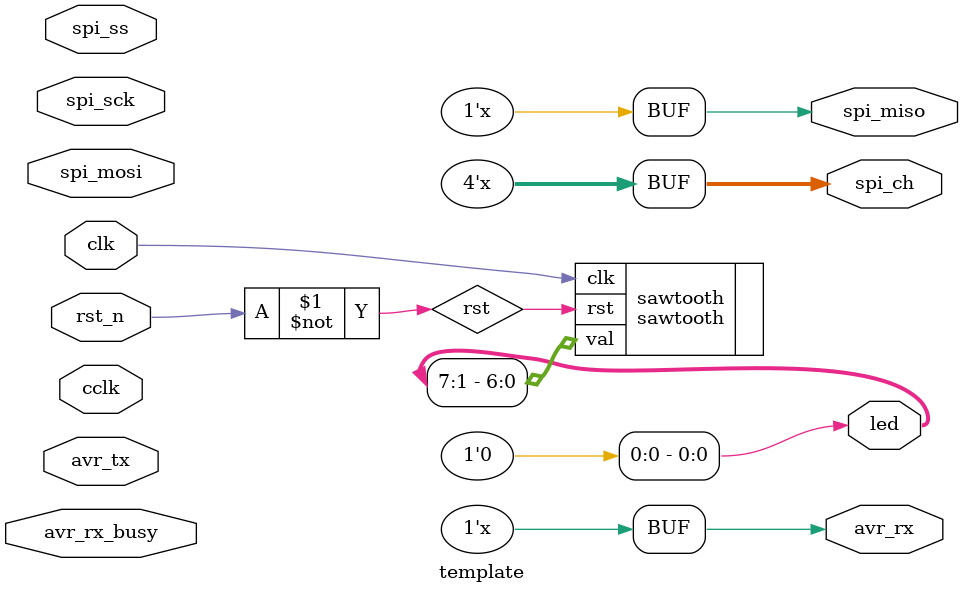
<source format=v>


module template
  (

  // Clocks and hardware
  input clk,
  input rst_n,
  input cclk,
  output [7:0] led,

  // AVR SPI connections
  input spi_sck,
  input spi_ss,
  input spi_mosi,
  output spi_miso,
  output [3:0] spi_ch,

  // Serial connections
  input avr_tx,
  output avr_rx,
  input avr_rx_busy

  );

  // Swicth reset button
  wire rst = ~rst_n;

  // These signals should be disconnected when not used
  assign spi_miso = 1'bz;
  assign avr_rx = 1'bz;
  assign spi_ch = 4'bzzzz;

  // Connect sawtooth module
  sawtooth
    #(
    .CTR_BITS(30),
	 .VAL_BITS(7)
    ) sawtooth (
    .clk(clk),
    .rst(rst),
    .val(led[7:1])
    );

  // Assign remaining LED
  assign led[0] = 1'b0;

endmodule




</source>
